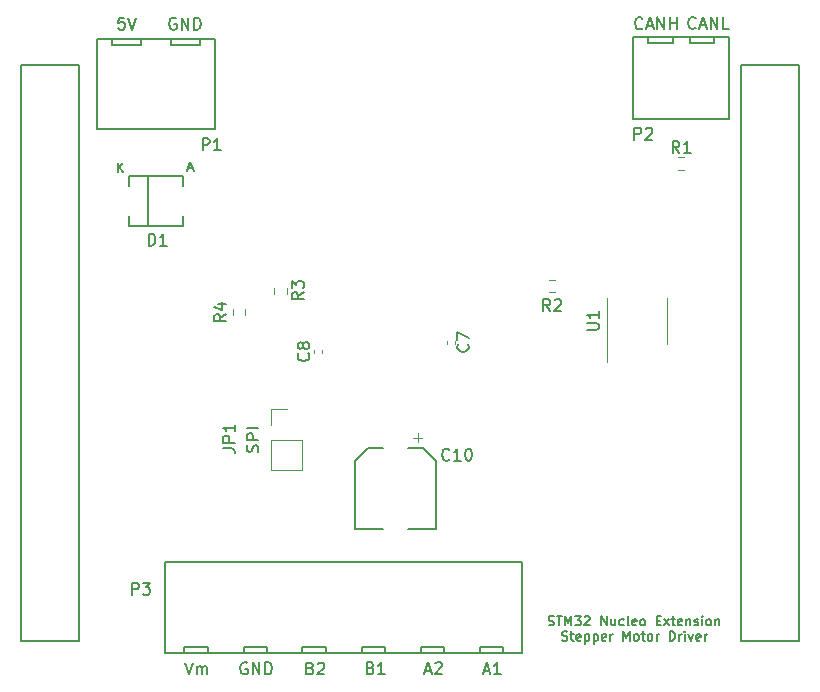
<source format=gbr>
%TF.GenerationSoftware,KiCad,Pcbnew,(6.0.11)*%
%TF.CreationDate,2024-08-05T21:32:57+07:00*%
%TF.ProjectId,Stepper_Motor_Expansion_Brd_revA,53746570-7065-4725-9f4d-6f746f725f45,rev?*%
%TF.SameCoordinates,PX5f5e100PY5f5e100*%
%TF.FileFunction,Legend,Top*%
%TF.FilePolarity,Positive*%
%FSLAX46Y46*%
G04 Gerber Fmt 4.6, Leading zero omitted, Abs format (unit mm)*
G04 Created by KiCad (PCBNEW (6.0.11)) date 2024-08-05 21:32:57*
%MOMM*%
%LPD*%
G01*
G04 APERTURE LIST*
%ADD10C,0.200000*%
%ADD11C,0.150000*%
%ADD12C,0.120000*%
G04 APERTURE END LIST*
D10*
X63005000Y52285000D02*
X63005000Y3515000D01*
X2045000Y52285000D02*
X6995000Y52285000D01*
X63005000Y3515000D02*
X67955000Y3515000D01*
X67955000Y52285000D02*
X67955000Y3515000D01*
X2045000Y52285000D02*
X2045000Y3520000D01*
X63005000Y52285000D02*
X67955000Y52285000D01*
X6995000Y52285000D02*
X6995000Y3520000D01*
X2045000Y3515000D02*
X6995000Y3515000D01*
X15970000Y1657620D02*
X16303333Y657620D01*
X16636666Y1657620D01*
X16970000Y657620D02*
X16970000Y1324286D01*
X16970000Y1229048D02*
X17017619Y1276667D01*
X17112857Y1324286D01*
X17255714Y1324286D01*
X17350952Y1276667D01*
X17398571Y1181429D01*
X17398571Y657620D01*
X17398571Y1181429D02*
X17446190Y1276667D01*
X17541428Y1324286D01*
X17684285Y1324286D01*
X17779523Y1276667D01*
X17827142Y1181429D01*
X17827142Y657620D01*
X41245714Y963334D02*
X41721904Y963334D01*
X41150476Y677620D02*
X41483809Y1677620D01*
X41817142Y677620D01*
X42674285Y677620D02*
X42102857Y677620D01*
X42388571Y677620D02*
X42388571Y1677620D01*
X42293333Y1534762D01*
X42198095Y1439524D01*
X42102857Y1391905D01*
X36275714Y973334D02*
X36751904Y973334D01*
X36180476Y687620D02*
X36513809Y1687620D01*
X36847142Y687620D01*
X37132857Y1592381D02*
X37180476Y1640000D01*
X37275714Y1687620D01*
X37513809Y1687620D01*
X37609047Y1640000D01*
X37656666Y1592381D01*
X37704285Y1497143D01*
X37704285Y1401905D01*
X37656666Y1259048D01*
X37085238Y687620D01*
X37704285Y687620D01*
X54673333Y55372858D02*
X54625714Y55325239D01*
X54482857Y55277620D01*
X54387619Y55277620D01*
X54244761Y55325239D01*
X54149523Y55420477D01*
X54101904Y55515715D01*
X54054285Y55706191D01*
X54054285Y55849048D01*
X54101904Y56039524D01*
X54149523Y56134762D01*
X54244761Y56230000D01*
X54387619Y56277620D01*
X54482857Y56277620D01*
X54625714Y56230000D01*
X54673333Y56182381D01*
X55054285Y55563334D02*
X55530476Y55563334D01*
X54959047Y55277620D02*
X55292380Y56277620D01*
X55625714Y55277620D01*
X55959047Y55277620D02*
X55959047Y56277620D01*
X56530476Y55277620D01*
X56530476Y56277620D01*
X57006666Y55277620D02*
X57006666Y56277620D01*
X57006666Y55801429D02*
X57578095Y55801429D01*
X57578095Y55277620D02*
X57578095Y56277620D01*
X22124761Y19496191D02*
X22172380Y19639048D01*
X22172380Y19877143D01*
X22124761Y19972381D01*
X22077142Y20020000D01*
X21981904Y20067620D01*
X21886666Y20067620D01*
X21791428Y20020000D01*
X21743809Y19972381D01*
X21696190Y19877143D01*
X21648571Y19686667D01*
X21600952Y19591429D01*
X21553333Y19543810D01*
X21458095Y19496191D01*
X21362857Y19496191D01*
X21267619Y19543810D01*
X21220000Y19591429D01*
X21172380Y19686667D01*
X21172380Y19924762D01*
X21220000Y20067620D01*
X22172380Y20496191D02*
X21172380Y20496191D01*
X21172380Y20877143D01*
X21220000Y20972381D01*
X21267619Y21020000D01*
X21362857Y21067620D01*
X21505714Y21067620D01*
X21600952Y21020000D01*
X21648571Y20972381D01*
X21696190Y20877143D01*
X21696190Y20496191D01*
X22172380Y21496191D02*
X21172380Y21496191D01*
X10819523Y56247620D02*
X10343333Y56247620D01*
X10295714Y55771429D01*
X10343333Y55819048D01*
X10438571Y55866667D01*
X10676666Y55866667D01*
X10771904Y55819048D01*
X10819523Y55771429D01*
X10867142Y55676191D01*
X10867142Y55438096D01*
X10819523Y55342858D01*
X10771904Y55295239D01*
X10676666Y55247620D01*
X10438571Y55247620D01*
X10343333Y55295239D01*
X10295714Y55342858D01*
X11152857Y56247620D02*
X11486190Y55247620D01*
X11819523Y56247620D01*
X46732857Y4830191D02*
X46847142Y4792096D01*
X47037619Y4792096D01*
X47113809Y4830191D01*
X47151904Y4868286D01*
X47190000Y4944477D01*
X47190000Y5020667D01*
X47151904Y5096858D01*
X47113809Y5134953D01*
X47037619Y5173048D01*
X46885238Y5211143D01*
X46809047Y5249239D01*
X46770952Y5287334D01*
X46732857Y5363524D01*
X46732857Y5439715D01*
X46770952Y5515905D01*
X46809047Y5554000D01*
X46885238Y5592096D01*
X47075714Y5592096D01*
X47190000Y5554000D01*
X47418571Y5592096D02*
X47875714Y5592096D01*
X47647142Y4792096D02*
X47647142Y5592096D01*
X48142380Y4792096D02*
X48142380Y5592096D01*
X48409047Y5020667D01*
X48675714Y5592096D01*
X48675714Y4792096D01*
X48980476Y5592096D02*
X49475714Y5592096D01*
X49209047Y5287334D01*
X49323333Y5287334D01*
X49399523Y5249239D01*
X49437619Y5211143D01*
X49475714Y5134953D01*
X49475714Y4944477D01*
X49437619Y4868286D01*
X49399523Y4830191D01*
X49323333Y4792096D01*
X49094761Y4792096D01*
X49018571Y4830191D01*
X48980476Y4868286D01*
X49780476Y5515905D02*
X49818571Y5554000D01*
X49894761Y5592096D01*
X50085238Y5592096D01*
X50161428Y5554000D01*
X50199523Y5515905D01*
X50237619Y5439715D01*
X50237619Y5363524D01*
X50199523Y5249239D01*
X49742380Y4792096D01*
X50237619Y4792096D01*
X51190000Y4792096D02*
X51190000Y5592096D01*
X51647142Y4792096D01*
X51647142Y5592096D01*
X52370952Y5325429D02*
X52370952Y4792096D01*
X52028095Y5325429D02*
X52028095Y4906381D01*
X52066190Y4830191D01*
X52142380Y4792096D01*
X52256666Y4792096D01*
X52332857Y4830191D01*
X52370952Y4868286D01*
X53094761Y4830191D02*
X53018571Y4792096D01*
X52866190Y4792096D01*
X52790000Y4830191D01*
X52751904Y4868286D01*
X52713809Y4944477D01*
X52713809Y5173048D01*
X52751904Y5249239D01*
X52790000Y5287334D01*
X52866190Y5325429D01*
X53018571Y5325429D01*
X53094761Y5287334D01*
X53551904Y4792096D02*
X53475714Y4830191D01*
X53437619Y4906381D01*
X53437619Y5592096D01*
X54161428Y4830191D02*
X54085238Y4792096D01*
X53932857Y4792096D01*
X53856666Y4830191D01*
X53818571Y4906381D01*
X53818571Y5211143D01*
X53856666Y5287334D01*
X53932857Y5325429D01*
X54085238Y5325429D01*
X54161428Y5287334D01*
X54199523Y5211143D01*
X54199523Y5134953D01*
X53818571Y5058762D01*
X54656666Y4792096D02*
X54580476Y4830191D01*
X54542380Y4868286D01*
X54504285Y4944477D01*
X54504285Y5173048D01*
X54542380Y5249239D01*
X54580476Y5287334D01*
X54656666Y5325429D01*
X54770952Y5325429D01*
X54847142Y5287334D01*
X54885238Y5249239D01*
X54923333Y5173048D01*
X54923333Y4944477D01*
X54885238Y4868286D01*
X54847142Y4830191D01*
X54770952Y4792096D01*
X54656666Y4792096D01*
X55875714Y5211143D02*
X56142380Y5211143D01*
X56256666Y4792096D02*
X55875714Y4792096D01*
X55875714Y5592096D01*
X56256666Y5592096D01*
X56523333Y4792096D02*
X56942380Y5325429D01*
X56523333Y5325429D02*
X56942380Y4792096D01*
X57132857Y5325429D02*
X57437619Y5325429D01*
X57247142Y5592096D02*
X57247142Y4906381D01*
X57285238Y4830191D01*
X57361428Y4792096D01*
X57437619Y4792096D01*
X58009047Y4830191D02*
X57932857Y4792096D01*
X57780476Y4792096D01*
X57704285Y4830191D01*
X57666190Y4906381D01*
X57666190Y5211143D01*
X57704285Y5287334D01*
X57780476Y5325429D01*
X57932857Y5325429D01*
X58009047Y5287334D01*
X58047142Y5211143D01*
X58047142Y5134953D01*
X57666190Y5058762D01*
X58390000Y5325429D02*
X58390000Y4792096D01*
X58390000Y5249239D02*
X58428095Y5287334D01*
X58504285Y5325429D01*
X58618571Y5325429D01*
X58694761Y5287334D01*
X58732857Y5211143D01*
X58732857Y4792096D01*
X59075714Y4830191D02*
X59151904Y4792096D01*
X59304285Y4792096D01*
X59380476Y4830191D01*
X59418571Y4906381D01*
X59418571Y4944477D01*
X59380476Y5020667D01*
X59304285Y5058762D01*
X59190000Y5058762D01*
X59113809Y5096858D01*
X59075714Y5173048D01*
X59075714Y5211143D01*
X59113809Y5287334D01*
X59190000Y5325429D01*
X59304285Y5325429D01*
X59380476Y5287334D01*
X59761428Y4792096D02*
X59761428Y5325429D01*
X59761428Y5592096D02*
X59723333Y5554000D01*
X59761428Y5515905D01*
X59799523Y5554000D01*
X59761428Y5592096D01*
X59761428Y5515905D01*
X60256666Y4792096D02*
X60180476Y4830191D01*
X60142380Y4868286D01*
X60104285Y4944477D01*
X60104285Y5173048D01*
X60142380Y5249239D01*
X60180476Y5287334D01*
X60256666Y5325429D01*
X60370952Y5325429D01*
X60447142Y5287334D01*
X60485238Y5249239D01*
X60523333Y5173048D01*
X60523333Y4944477D01*
X60485238Y4868286D01*
X60447142Y4830191D01*
X60370952Y4792096D01*
X60256666Y4792096D01*
X60866190Y5325429D02*
X60866190Y4792096D01*
X60866190Y5249239D02*
X60904285Y5287334D01*
X60980476Y5325429D01*
X61094761Y5325429D01*
X61170952Y5287334D01*
X61209047Y5211143D01*
X61209047Y4792096D01*
X47875714Y3542191D02*
X47990000Y3504096D01*
X48180476Y3504096D01*
X48256666Y3542191D01*
X48294761Y3580286D01*
X48332857Y3656477D01*
X48332857Y3732667D01*
X48294761Y3808858D01*
X48256666Y3846953D01*
X48180476Y3885048D01*
X48028095Y3923143D01*
X47951904Y3961239D01*
X47913809Y3999334D01*
X47875714Y4075524D01*
X47875714Y4151715D01*
X47913809Y4227905D01*
X47951904Y4266000D01*
X48028095Y4304096D01*
X48218571Y4304096D01*
X48332857Y4266000D01*
X48561428Y4037429D02*
X48866190Y4037429D01*
X48675714Y4304096D02*
X48675714Y3618381D01*
X48713809Y3542191D01*
X48790000Y3504096D01*
X48866190Y3504096D01*
X49437619Y3542191D02*
X49361428Y3504096D01*
X49209047Y3504096D01*
X49132857Y3542191D01*
X49094761Y3618381D01*
X49094761Y3923143D01*
X49132857Y3999334D01*
X49209047Y4037429D01*
X49361428Y4037429D01*
X49437619Y3999334D01*
X49475714Y3923143D01*
X49475714Y3846953D01*
X49094761Y3770762D01*
X49818571Y4037429D02*
X49818571Y3237429D01*
X49818571Y3999334D02*
X49894761Y4037429D01*
X50047142Y4037429D01*
X50123333Y3999334D01*
X50161428Y3961239D01*
X50199523Y3885048D01*
X50199523Y3656477D01*
X50161428Y3580286D01*
X50123333Y3542191D01*
X50047142Y3504096D01*
X49894761Y3504096D01*
X49818571Y3542191D01*
X50542380Y4037429D02*
X50542380Y3237429D01*
X50542380Y3999334D02*
X50618571Y4037429D01*
X50770952Y4037429D01*
X50847142Y3999334D01*
X50885238Y3961239D01*
X50923333Y3885048D01*
X50923333Y3656477D01*
X50885238Y3580286D01*
X50847142Y3542191D01*
X50770952Y3504096D01*
X50618571Y3504096D01*
X50542380Y3542191D01*
X51570952Y3542191D02*
X51494761Y3504096D01*
X51342380Y3504096D01*
X51266190Y3542191D01*
X51228095Y3618381D01*
X51228095Y3923143D01*
X51266190Y3999334D01*
X51342380Y4037429D01*
X51494761Y4037429D01*
X51570952Y3999334D01*
X51609047Y3923143D01*
X51609047Y3846953D01*
X51228095Y3770762D01*
X51951904Y3504096D02*
X51951904Y4037429D01*
X51951904Y3885048D02*
X51990000Y3961239D01*
X52028095Y3999334D01*
X52104285Y4037429D01*
X52180476Y4037429D01*
X53056666Y3504096D02*
X53056666Y4304096D01*
X53323333Y3732667D01*
X53590000Y4304096D01*
X53590000Y3504096D01*
X54085238Y3504096D02*
X54009047Y3542191D01*
X53970952Y3580286D01*
X53932857Y3656477D01*
X53932857Y3885048D01*
X53970952Y3961239D01*
X54009047Y3999334D01*
X54085238Y4037429D01*
X54199523Y4037429D01*
X54275714Y3999334D01*
X54313809Y3961239D01*
X54351904Y3885048D01*
X54351904Y3656477D01*
X54313809Y3580286D01*
X54275714Y3542191D01*
X54199523Y3504096D01*
X54085238Y3504096D01*
X54580476Y4037429D02*
X54885238Y4037429D01*
X54694761Y4304096D02*
X54694761Y3618381D01*
X54732857Y3542191D01*
X54809047Y3504096D01*
X54885238Y3504096D01*
X55266190Y3504096D02*
X55190000Y3542191D01*
X55151904Y3580286D01*
X55113809Y3656477D01*
X55113809Y3885048D01*
X55151904Y3961239D01*
X55190000Y3999334D01*
X55266190Y4037429D01*
X55380476Y4037429D01*
X55456666Y3999334D01*
X55494761Y3961239D01*
X55532857Y3885048D01*
X55532857Y3656477D01*
X55494761Y3580286D01*
X55456666Y3542191D01*
X55380476Y3504096D01*
X55266190Y3504096D01*
X55875714Y3504096D02*
X55875714Y4037429D01*
X55875714Y3885048D02*
X55913809Y3961239D01*
X55951904Y3999334D01*
X56028095Y4037429D01*
X56104285Y4037429D01*
X56980476Y3504096D02*
X56980476Y4304096D01*
X57170952Y4304096D01*
X57285238Y4266000D01*
X57361428Y4189810D01*
X57399523Y4113620D01*
X57437619Y3961239D01*
X57437619Y3846953D01*
X57399523Y3694572D01*
X57361428Y3618381D01*
X57285238Y3542191D01*
X57170952Y3504096D01*
X56980476Y3504096D01*
X57780476Y3504096D02*
X57780476Y4037429D01*
X57780476Y3885048D02*
X57818571Y3961239D01*
X57856666Y3999334D01*
X57932857Y4037429D01*
X58009047Y4037429D01*
X58275714Y3504096D02*
X58275714Y4037429D01*
X58275714Y4304096D02*
X58237619Y4266000D01*
X58275714Y4227905D01*
X58313809Y4266000D01*
X58275714Y4304096D01*
X58275714Y4227905D01*
X58580476Y4037429D02*
X58770952Y3504096D01*
X58961428Y4037429D01*
X59570952Y3542191D02*
X59494761Y3504096D01*
X59342380Y3504096D01*
X59266190Y3542191D01*
X59228095Y3618381D01*
X59228095Y3923143D01*
X59266190Y3999334D01*
X59342380Y4037429D01*
X59494761Y4037429D01*
X59570952Y3999334D01*
X59609047Y3923143D01*
X59609047Y3846953D01*
X59228095Y3770762D01*
X59951904Y3504096D02*
X59951904Y4037429D01*
X59951904Y3885048D02*
X59990000Y3961239D01*
X60028095Y3999334D01*
X60104285Y4037429D01*
X60180476Y4037429D01*
X21208095Y1620000D02*
X21112857Y1667620D01*
X20970000Y1667620D01*
X20827142Y1620000D01*
X20731904Y1524762D01*
X20684285Y1429524D01*
X20636666Y1239048D01*
X20636666Y1096191D01*
X20684285Y905715D01*
X20731904Y810477D01*
X20827142Y715239D01*
X20970000Y667620D01*
X21065238Y667620D01*
X21208095Y715239D01*
X21255714Y762858D01*
X21255714Y1096191D01*
X21065238Y1096191D01*
X21684285Y667620D02*
X21684285Y1667620D01*
X22255714Y667620D01*
X22255714Y1667620D01*
X22731904Y667620D02*
X22731904Y1667620D01*
X22970000Y1667620D01*
X23112857Y1620000D01*
X23208095Y1524762D01*
X23255714Y1429524D01*
X23303333Y1239048D01*
X23303333Y1096191D01*
X23255714Y905715D01*
X23208095Y810477D01*
X23112857Y715239D01*
X22970000Y667620D01*
X22731904Y667620D01*
X26575238Y1181429D02*
X26718095Y1133810D01*
X26765714Y1086191D01*
X26813333Y990953D01*
X26813333Y848096D01*
X26765714Y752858D01*
X26718095Y705239D01*
X26622857Y657620D01*
X26241904Y657620D01*
X26241904Y1657620D01*
X26575238Y1657620D01*
X26670476Y1610000D01*
X26718095Y1562381D01*
X26765714Y1467143D01*
X26765714Y1371905D01*
X26718095Y1276667D01*
X26670476Y1229048D01*
X26575238Y1181429D01*
X26241904Y1181429D01*
X27194285Y1562381D02*
X27241904Y1610000D01*
X27337142Y1657620D01*
X27575238Y1657620D01*
X27670476Y1610000D01*
X27718095Y1562381D01*
X27765714Y1467143D01*
X27765714Y1371905D01*
X27718095Y1229048D01*
X27146666Y657620D01*
X27765714Y657620D01*
X15188095Y56200000D02*
X15092857Y56247620D01*
X14950000Y56247620D01*
X14807142Y56200000D01*
X14711904Y56104762D01*
X14664285Y56009524D01*
X14616666Y55819048D01*
X14616666Y55676191D01*
X14664285Y55485715D01*
X14711904Y55390477D01*
X14807142Y55295239D01*
X14950000Y55247620D01*
X15045238Y55247620D01*
X15188095Y55295239D01*
X15235714Y55342858D01*
X15235714Y55676191D01*
X15045238Y55676191D01*
X15664285Y55247620D02*
X15664285Y56247620D01*
X16235714Y55247620D01*
X16235714Y56247620D01*
X16711904Y55247620D02*
X16711904Y56247620D01*
X16950000Y56247620D01*
X17092857Y56200000D01*
X17188095Y56104762D01*
X17235714Y56009524D01*
X17283333Y55819048D01*
X17283333Y55676191D01*
X17235714Y55485715D01*
X17188095Y55390477D01*
X17092857Y55295239D01*
X16950000Y55247620D01*
X16711904Y55247620D01*
X59182380Y55402858D02*
X59134761Y55355239D01*
X58991904Y55307620D01*
X58896666Y55307620D01*
X58753809Y55355239D01*
X58658571Y55450477D01*
X58610952Y55545715D01*
X58563333Y55736191D01*
X58563333Y55879048D01*
X58610952Y56069524D01*
X58658571Y56164762D01*
X58753809Y56260000D01*
X58896666Y56307620D01*
X58991904Y56307620D01*
X59134761Y56260000D01*
X59182380Y56212381D01*
X59563333Y55593334D02*
X60039523Y55593334D01*
X59468095Y55307620D02*
X59801428Y56307620D01*
X60134761Y55307620D01*
X60468095Y55307620D02*
X60468095Y56307620D01*
X61039523Y55307620D01*
X61039523Y56307620D01*
X61991904Y55307620D02*
X61515714Y55307620D01*
X61515714Y56307620D01*
X31675238Y1201429D02*
X31818095Y1153810D01*
X31865714Y1106191D01*
X31913333Y1010953D01*
X31913333Y868096D01*
X31865714Y772858D01*
X31818095Y725239D01*
X31722857Y677620D01*
X31341904Y677620D01*
X31341904Y1677620D01*
X31675238Y1677620D01*
X31770476Y1630000D01*
X31818095Y1582381D01*
X31865714Y1487143D01*
X31865714Y1391905D01*
X31818095Y1296667D01*
X31770476Y1249048D01*
X31675238Y1201429D01*
X31341904Y1201429D01*
X32865714Y677620D02*
X32294285Y677620D01*
X32580000Y677620D02*
X32580000Y1677620D01*
X32484761Y1534762D01*
X32389523Y1439524D01*
X32294285Y1391905D01*
D11*
X11461904Y7397620D02*
X11461904Y8397620D01*
X11842857Y8397620D01*
X11938095Y8350000D01*
X11985714Y8302381D01*
X12033333Y8207143D01*
X12033333Y8064286D01*
X11985714Y7969048D01*
X11938095Y7921429D01*
X11842857Y7873810D01*
X11461904Y7873810D01*
X12366666Y8397620D02*
X12985714Y8397620D01*
X12652380Y8016667D01*
X12795238Y8016667D01*
X12890476Y7969048D01*
X12938095Y7921429D01*
X12985714Y7826191D01*
X12985714Y7588096D01*
X12938095Y7492858D01*
X12890476Y7445239D01*
X12795238Y7397620D01*
X12509523Y7397620D01*
X12414285Y7445239D01*
X12366666Y7492858D01*
X17461904Y45037620D02*
X17461904Y46037620D01*
X17842857Y46037620D01*
X17938095Y45990000D01*
X17985714Y45942381D01*
X18033333Y45847143D01*
X18033333Y45704286D01*
X17985714Y45609048D01*
X17938095Y45561429D01*
X17842857Y45513810D01*
X17461904Y45513810D01*
X18985714Y45037620D02*
X18414285Y45037620D01*
X18700000Y45037620D02*
X18700000Y46037620D01*
X18604761Y45894762D01*
X18509523Y45799524D01*
X18414285Y45751905D01*
X54001468Y45927352D02*
X54001468Y46927943D01*
X54382646Y46927943D01*
X54477940Y46880296D01*
X54525587Y46832649D01*
X54573234Y46737354D01*
X54573234Y46594413D01*
X54525587Y46499118D01*
X54477940Y46451471D01*
X54382646Y46403824D01*
X54001468Y46403824D01*
X54954412Y46832649D02*
X55002059Y46880296D01*
X55097353Y46927943D01*
X55335589Y46927943D01*
X55430884Y46880296D01*
X55478531Y46832649D01*
X55526178Y46737354D01*
X55526178Y46642060D01*
X55478531Y46499118D01*
X54906765Y45927352D01*
X55526178Y45927352D01*
X46873333Y31417620D02*
X46540000Y31893810D01*
X46301904Y31417620D02*
X46301904Y32417620D01*
X46682857Y32417620D01*
X46778095Y32370000D01*
X46825714Y32322381D01*
X46873333Y32227143D01*
X46873333Y32084286D01*
X46825714Y31989048D01*
X46778095Y31941429D01*
X46682857Y31893810D01*
X46301904Y31893810D01*
X47254285Y32322381D02*
X47301904Y32370000D01*
X47397142Y32417620D01*
X47635238Y32417620D01*
X47730476Y32370000D01*
X47778095Y32322381D01*
X47825714Y32227143D01*
X47825714Y32131905D01*
X47778095Y31989048D01*
X47206666Y31417620D01*
X47825714Y31417620D01*
X12871904Y36957620D02*
X12871904Y37957620D01*
X13110000Y37957620D01*
X13252857Y37910000D01*
X13348095Y37814762D01*
X13395714Y37719524D01*
X13443333Y37529048D01*
X13443333Y37386191D01*
X13395714Y37195715D01*
X13348095Y37100477D01*
X13252857Y37005239D01*
X13110000Y36957620D01*
X12871904Y36957620D01*
X14395714Y36957620D02*
X13824285Y36957620D01*
X14110000Y36957620D02*
X14110000Y37957620D01*
X14014761Y37814762D01*
X13919523Y37719524D01*
X13824285Y37671905D01*
X16229523Y43486667D02*
X16610476Y43486667D01*
X16153333Y43258096D02*
X16420000Y44058096D01*
X16686666Y43258096D01*
X10240476Y43188096D02*
X10240476Y43988096D01*
X10697619Y43188096D02*
X10354761Y43645239D01*
X10697619Y43988096D02*
X10240476Y43530953D01*
X19162380Y19806667D02*
X19876666Y19806667D01*
X20019523Y19759048D01*
X20114761Y19663810D01*
X20162380Y19520953D01*
X20162380Y19425715D01*
X20162380Y20282858D02*
X19162380Y20282858D01*
X19162380Y20663810D01*
X19210000Y20759048D01*
X19257619Y20806667D01*
X19352857Y20854286D01*
X19495714Y20854286D01*
X19590952Y20806667D01*
X19638571Y20759048D01*
X19686190Y20663810D01*
X19686190Y20282858D01*
X20162380Y21806667D02*
X20162380Y21235239D01*
X20162380Y21520953D02*
X19162380Y21520953D01*
X19305238Y21425715D01*
X19400476Y21330477D01*
X19448095Y21235239D01*
X57813333Y44807620D02*
X57480000Y45283810D01*
X57241904Y44807620D02*
X57241904Y45807620D01*
X57622857Y45807620D01*
X57718095Y45760000D01*
X57765714Y45712381D01*
X57813333Y45617143D01*
X57813333Y45474286D01*
X57765714Y45379048D01*
X57718095Y45331429D01*
X57622857Y45283810D01*
X57241904Y45283810D01*
X58765714Y44807620D02*
X58194285Y44807620D01*
X58480000Y44807620D02*
X58480000Y45807620D01*
X58384761Y45664762D01*
X58289523Y45569524D01*
X58194285Y45521905D01*
X26397142Y27823334D02*
X26444761Y27775715D01*
X26492380Y27632858D01*
X26492380Y27537620D01*
X26444761Y27394762D01*
X26349523Y27299524D01*
X26254285Y27251905D01*
X26063809Y27204286D01*
X25920952Y27204286D01*
X25730476Y27251905D01*
X25635238Y27299524D01*
X25540000Y27394762D01*
X25492380Y27537620D01*
X25492380Y27632858D01*
X25540000Y27775715D01*
X25587619Y27823334D01*
X25920952Y28394762D02*
X25873333Y28299524D01*
X25825714Y28251905D01*
X25730476Y28204286D01*
X25682857Y28204286D01*
X25587619Y28251905D01*
X25540000Y28299524D01*
X25492380Y28394762D01*
X25492380Y28585239D01*
X25540000Y28680477D01*
X25587619Y28728096D01*
X25682857Y28775715D01*
X25730476Y28775715D01*
X25825714Y28728096D01*
X25873333Y28680477D01*
X25920952Y28585239D01*
X25920952Y28394762D01*
X25968571Y28299524D01*
X26016190Y28251905D01*
X26111428Y28204286D01*
X26301904Y28204286D01*
X26397142Y28251905D01*
X26444761Y28299524D01*
X26492380Y28394762D01*
X26492380Y28585239D01*
X26444761Y28680477D01*
X26397142Y28728096D01*
X26301904Y28775715D01*
X26111428Y28775715D01*
X26016190Y28728096D01*
X25968571Y28680477D01*
X25920952Y28585239D01*
X26002380Y32993334D02*
X25526190Y32660000D01*
X26002380Y32421905D02*
X25002380Y32421905D01*
X25002380Y32802858D01*
X25050000Y32898096D01*
X25097619Y32945715D01*
X25192857Y32993334D01*
X25335714Y32993334D01*
X25430952Y32945715D01*
X25478571Y32898096D01*
X25526190Y32802858D01*
X25526190Y32421905D01*
X25002380Y33326667D02*
X25002380Y33945715D01*
X25383333Y33612381D01*
X25383333Y33755239D01*
X25430952Y33850477D01*
X25478571Y33898096D01*
X25573809Y33945715D01*
X25811904Y33945715D01*
X25907142Y33898096D01*
X25954761Y33850477D01*
X26002380Y33755239D01*
X26002380Y33469524D01*
X25954761Y33374286D01*
X25907142Y33326667D01*
X49982380Y29828096D02*
X50791904Y29828096D01*
X50887142Y29875715D01*
X50934761Y29923334D01*
X50982380Y30018572D01*
X50982380Y30209048D01*
X50934761Y30304286D01*
X50887142Y30351905D01*
X50791904Y30399524D01*
X49982380Y30399524D01*
X50982380Y31399524D02*
X50982380Y30828096D01*
X50982380Y31113810D02*
X49982380Y31113810D01*
X50125238Y31018572D01*
X50220476Y30923334D01*
X50268095Y30828096D01*
X39887142Y28603334D02*
X39934761Y28555715D01*
X39982380Y28412858D01*
X39982380Y28317620D01*
X39934761Y28174762D01*
X39839523Y28079524D01*
X39744285Y28031905D01*
X39553809Y27984286D01*
X39410952Y27984286D01*
X39220476Y28031905D01*
X39125238Y28079524D01*
X39030000Y28174762D01*
X38982380Y28317620D01*
X38982380Y28412858D01*
X39030000Y28555715D01*
X39077619Y28603334D01*
X38982380Y28936667D02*
X38982380Y29603334D01*
X39982380Y29174762D01*
X38347142Y18852858D02*
X38299523Y18805239D01*
X38156666Y18757620D01*
X38061428Y18757620D01*
X37918571Y18805239D01*
X37823333Y18900477D01*
X37775714Y18995715D01*
X37728095Y19186191D01*
X37728095Y19329048D01*
X37775714Y19519524D01*
X37823333Y19614762D01*
X37918571Y19710000D01*
X38061428Y19757620D01*
X38156666Y19757620D01*
X38299523Y19710000D01*
X38347142Y19662381D01*
X39299523Y18757620D02*
X38728095Y18757620D01*
X39013809Y18757620D02*
X39013809Y19757620D01*
X38918571Y19614762D01*
X38823333Y19519524D01*
X38728095Y19471905D01*
X39918571Y19757620D02*
X40013809Y19757620D01*
X40109047Y19710000D01*
X40156666Y19662381D01*
X40204285Y19567143D01*
X40251904Y19376667D01*
X40251904Y19138572D01*
X40204285Y18948096D01*
X40156666Y18852858D01*
X40109047Y18805239D01*
X40013809Y18757620D01*
X39918571Y18757620D01*
X39823333Y18805239D01*
X39775714Y18852858D01*
X39728095Y18948096D01*
X39680476Y19138572D01*
X39680476Y19376667D01*
X39728095Y19567143D01*
X39775714Y19662381D01*
X39823333Y19710000D01*
X39918571Y19757620D01*
X19432380Y31163334D02*
X18956190Y30830000D01*
X19432380Y30591905D02*
X18432380Y30591905D01*
X18432380Y30972858D01*
X18480000Y31068096D01*
X18527619Y31115715D01*
X18622857Y31163334D01*
X18765714Y31163334D01*
X18860952Y31115715D01*
X18908571Y31068096D01*
X18956190Y30972858D01*
X18956190Y30591905D01*
X18765714Y32020477D02*
X19432380Y32020477D01*
X18384761Y31782381D02*
X19099047Y31544286D01*
X19099047Y32163334D01*
D10*
X32880000Y2950000D02*
X32880000Y2450000D01*
X30900000Y2950000D02*
X30900000Y2450000D01*
X25890000Y2950000D02*
X27870000Y2950000D01*
X15900000Y2950000D02*
X15900000Y2450000D01*
X37890000Y2960000D02*
X37890000Y2450000D01*
X20910000Y2960000D02*
X22890000Y2960000D01*
X14300000Y10150000D02*
X44500000Y10150000D01*
X14300000Y2450000D02*
X14300000Y10150000D01*
X22890000Y2960000D02*
X22890000Y2450000D01*
X27870000Y2950000D02*
X27870000Y2450000D01*
X44500000Y10150000D02*
X44500000Y2450000D01*
X35910000Y2960000D02*
X37890000Y2960000D01*
X30900000Y2950000D02*
X32880000Y2950000D01*
X44500000Y2450000D02*
X14300000Y2450000D01*
X35910000Y2960000D02*
X35910000Y2450000D01*
X20910000Y2960000D02*
X20910000Y2450000D01*
X40910000Y2950000D02*
X42890000Y2950000D01*
X25890000Y2950000D02*
X25890000Y2450000D01*
X17900000Y2950000D02*
X17900000Y2450000D01*
X40900000Y2950000D02*
X40900000Y2450000D01*
X42890000Y2950000D02*
X42890000Y2450000D01*
X15900000Y2950000D02*
X17900000Y2950000D01*
X18510000Y54420000D02*
X18510000Y46820000D01*
X12210000Y54420000D02*
X12210000Y53920000D01*
X18510000Y46820000D02*
X8510000Y46820000D01*
X8510000Y46820000D02*
X8510000Y54420000D01*
X9810000Y53920000D02*
X9810000Y54420000D01*
X8510000Y54420000D02*
X18510000Y54420000D01*
X14810000Y53920000D02*
X14810000Y54420000D01*
X17210000Y53920000D02*
X14810000Y53920000D01*
X17210000Y54420000D02*
X17210000Y53920000D01*
X12210000Y53920000D02*
X9810000Y53920000D01*
X57270000Y54140000D02*
X55170000Y54140000D01*
X53920000Y47640000D02*
X53920000Y54640000D01*
X60770000Y54640000D02*
X60770000Y54140000D01*
X62020000Y47640000D02*
X53920000Y47640000D01*
X62020000Y54640000D02*
X62020000Y47640000D01*
X57270000Y54640000D02*
X57270000Y54140000D01*
X55170000Y54140000D02*
X55170000Y54640000D01*
X58670000Y54140000D02*
X58670000Y54640000D01*
X60770000Y54140000D02*
X58670000Y54140000D01*
X53920000Y54640000D02*
X62020000Y54640000D01*
D12*
X47304724Y33007500D02*
X46795276Y33007500D01*
X47304724Y34052500D02*
X46795276Y34052500D01*
D10*
X15780000Y38590000D02*
X15780000Y39440000D01*
X11180000Y38590000D02*
X11180000Y39440000D01*
X11180000Y38590000D02*
X15780000Y38590000D01*
X11180000Y42890000D02*
X15780000Y42890000D01*
X11180000Y42890000D02*
X11180000Y42040000D01*
X12830000Y38590000D02*
X12830000Y42890000D01*
X15780000Y42890000D02*
X15780000Y42040000D01*
D12*
X23230000Y20530000D02*
X25890000Y20530000D01*
X23230000Y21800000D02*
X23230000Y23130000D01*
X25890000Y20530000D02*
X25890000Y17930000D01*
X23230000Y23130000D02*
X24560000Y23130000D01*
X23230000Y20530000D02*
X23230000Y17930000D01*
X23230000Y17930000D02*
X25890000Y17930000D01*
X58224724Y44422500D02*
X57715276Y44422500D01*
X58224724Y43377500D02*
X57715276Y43377500D01*
X27560000Y27882164D02*
X27560000Y28097836D01*
X26840000Y27882164D02*
X26840000Y28097836D01*
X24552500Y33404724D02*
X24552500Y32895276D01*
X23507500Y33404724D02*
X23507500Y32895276D01*
X56770000Y30590000D02*
X56770000Y32540000D01*
X56770000Y30590000D02*
X56770000Y28640000D01*
X51650000Y30590000D02*
X51650000Y27140000D01*
X51650000Y30590000D02*
X51650000Y32540000D01*
X38850000Y28622164D02*
X38850000Y28837836D01*
X38130000Y28622164D02*
X38130000Y28837836D01*
D10*
X36145563Y19810000D02*
X37210000Y18745563D01*
X30390000Y18745563D02*
X30390000Y12990000D01*
X31454437Y19810000D02*
X30390000Y18745563D01*
D12*
X36041250Y20693750D02*
X35253750Y20693750D01*
D10*
X37210000Y18745563D02*
X37210000Y12990000D01*
D12*
X35647500Y21087500D02*
X35647500Y20300000D01*
D10*
X30390000Y12990000D02*
X32740000Y12990000D01*
X36145563Y19810000D02*
X34860000Y19810000D01*
X31454437Y19810000D02*
X32740000Y19810000D01*
X37210000Y12990000D02*
X34860000Y12990000D01*
D12*
X19977500Y31584724D02*
X19977500Y31075276D01*
X21022500Y31584724D02*
X21022500Y31075276D01*
M02*

</source>
